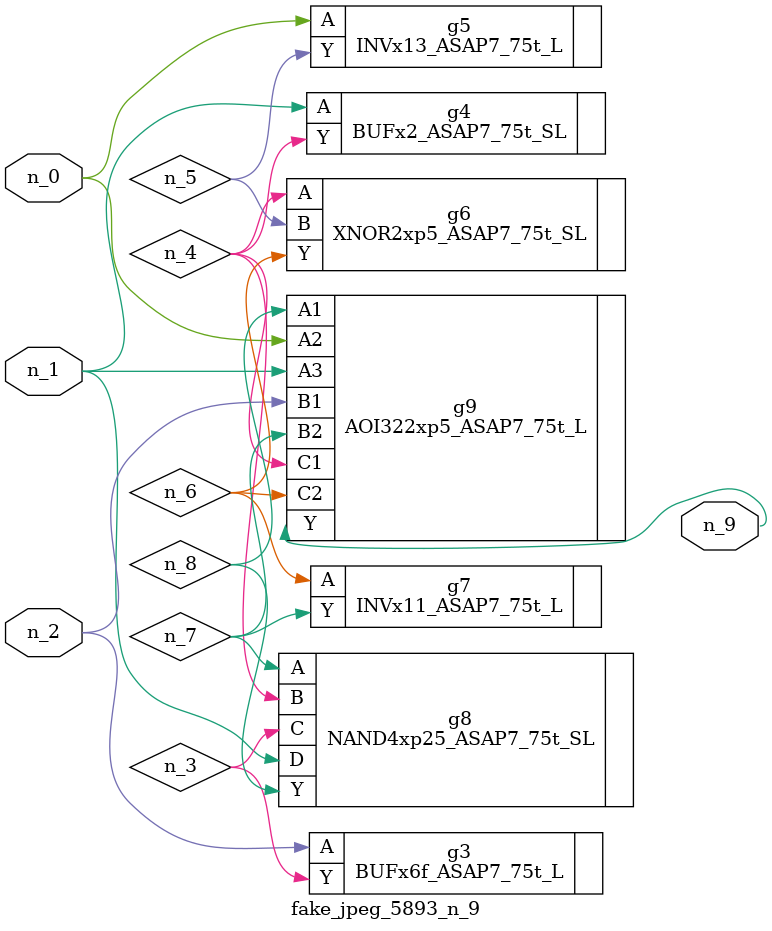
<source format=v>
module fake_jpeg_5893_n_9 (n_0, n_2, n_1, n_9);

input n_0;
input n_2;
input n_1;

output n_9;

wire n_3;
wire n_4;
wire n_8;
wire n_6;
wire n_5;
wire n_7;

BUFx6f_ASAP7_75t_L g3 ( 
.A(n_2),
.Y(n_3)
);

BUFx2_ASAP7_75t_SL g4 ( 
.A(n_1),
.Y(n_4)
);

INVx13_ASAP7_75t_L g5 ( 
.A(n_0),
.Y(n_5)
);

XNOR2xp5_ASAP7_75t_SL g6 ( 
.A(n_4),
.B(n_5),
.Y(n_6)
);

INVx11_ASAP7_75t_L g7 ( 
.A(n_6),
.Y(n_7)
);

NAND4xp25_ASAP7_75t_SL g8 ( 
.A(n_7),
.B(n_4),
.C(n_3),
.D(n_1),
.Y(n_8)
);

AOI322xp5_ASAP7_75t_L g9 ( 
.A1(n_8),
.A2(n_0),
.A3(n_1),
.B1(n_2),
.B2(n_7),
.C1(n_4),
.C2(n_6),
.Y(n_9)
);


endmodule
</source>
